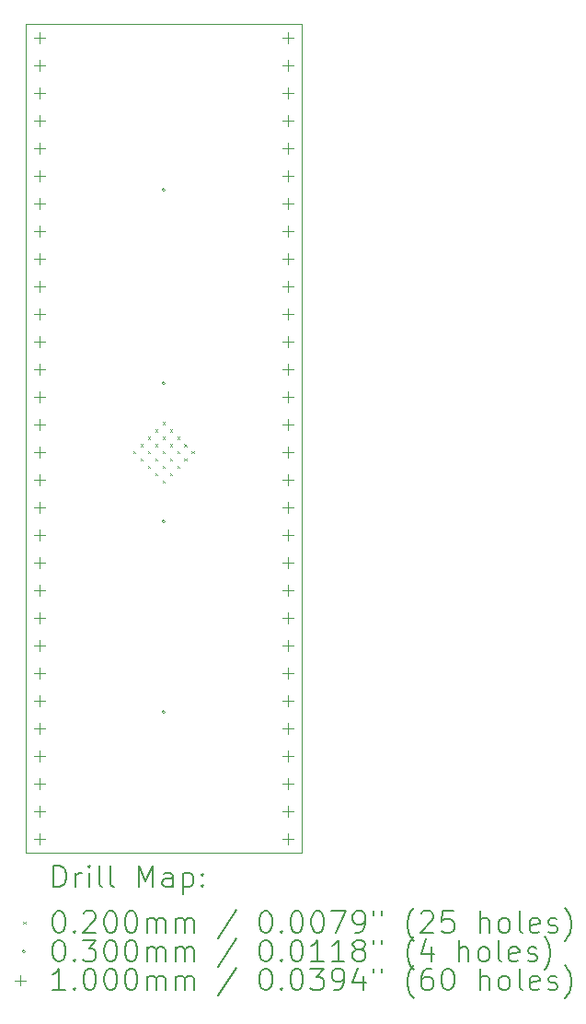
<source format=gbr>
%TF.GenerationSoftware,KiCad,Pcbnew,9.0.6*%
%TF.CreationDate,2026-01-08T14:27:31-06:00*%
%TF.ProjectId,QFN-56_8x8_P0.5,51464e2d-3536-45f3-9878-385f50302e35,rev?*%
%TF.SameCoordinates,Original*%
%TF.FileFunction,Drillmap*%
%TF.FilePolarity,Positive*%
%FSLAX45Y45*%
G04 Gerber Fmt 4.5, Leading zero omitted, Abs format (unit mm)*
G04 Created by KiCad (PCBNEW 9.0.6) date 2026-01-08 14:27:31*
%MOMM*%
%LPD*%
G01*
G04 APERTURE LIST*
%ADD10C,0.050000*%
%ADD11C,0.200000*%
%ADD12C,0.100000*%
G04 APERTURE END LIST*
D10*
X12573000Y-8255000D02*
X15113000Y-8255000D01*
X15113000Y-15875000D01*
X12573000Y-15875000D01*
X12573000Y-8255000D01*
D11*
D12*
X13564299Y-12182000D02*
X13584299Y-12202000D01*
X13584299Y-12182000D02*
X13564299Y-12202000D01*
X13631475Y-12114825D02*
X13651475Y-12134825D01*
X13651475Y-12114825D02*
X13631475Y-12134825D01*
X13631475Y-12249175D02*
X13651475Y-12269175D01*
X13651475Y-12249175D02*
X13631475Y-12269175D01*
X13698650Y-12047650D02*
X13718650Y-12067650D01*
X13718650Y-12047650D02*
X13698650Y-12067650D01*
X13698650Y-12182000D02*
X13718650Y-12202000D01*
X13718650Y-12182000D02*
X13698650Y-12202000D01*
X13698650Y-12316350D02*
X13718650Y-12336350D01*
X13718650Y-12316350D02*
X13698650Y-12336350D01*
X13765825Y-11980475D02*
X13785825Y-12000475D01*
X13785825Y-11980475D02*
X13765825Y-12000475D01*
X13765825Y-12114825D02*
X13785825Y-12134825D01*
X13785825Y-12114825D02*
X13765825Y-12134825D01*
X13765825Y-12249175D02*
X13785825Y-12269175D01*
X13785825Y-12249175D02*
X13765825Y-12269175D01*
X13765825Y-12383525D02*
X13785825Y-12403525D01*
X13785825Y-12383525D02*
X13765825Y-12403525D01*
X13833000Y-11913299D02*
X13853000Y-11933299D01*
X13853000Y-11913299D02*
X13833000Y-11933299D01*
X13833000Y-12047650D02*
X13853000Y-12067650D01*
X13853000Y-12047650D02*
X13833000Y-12067650D01*
X13833000Y-12182000D02*
X13853000Y-12202000D01*
X13853000Y-12182000D02*
X13833000Y-12202000D01*
X13833000Y-12316350D02*
X13853000Y-12336350D01*
X13853000Y-12316350D02*
X13833000Y-12336350D01*
X13833000Y-12450701D02*
X13853000Y-12470701D01*
X13853000Y-12450701D02*
X13833000Y-12470701D01*
X13900175Y-11980475D02*
X13920175Y-12000475D01*
X13920175Y-11980475D02*
X13900175Y-12000475D01*
X13900175Y-12114825D02*
X13920175Y-12134825D01*
X13920175Y-12114825D02*
X13900175Y-12134825D01*
X13900175Y-12249175D02*
X13920175Y-12269175D01*
X13920175Y-12249175D02*
X13900175Y-12269175D01*
X13900175Y-12383525D02*
X13920175Y-12403525D01*
X13920175Y-12383525D02*
X13900175Y-12403525D01*
X13967350Y-12047650D02*
X13987350Y-12067650D01*
X13987350Y-12047650D02*
X13967350Y-12067650D01*
X13967350Y-12182000D02*
X13987350Y-12202000D01*
X13987350Y-12182000D02*
X13967350Y-12202000D01*
X13967350Y-12316350D02*
X13987350Y-12336350D01*
X13987350Y-12316350D02*
X13967350Y-12336350D01*
X14034525Y-12114825D02*
X14054525Y-12134825D01*
X14054525Y-12114825D02*
X14034525Y-12134825D01*
X14034525Y-12249175D02*
X14054525Y-12269175D01*
X14054525Y-12249175D02*
X14034525Y-12269175D01*
X14101701Y-12182000D02*
X14121701Y-12202000D01*
X14121701Y-12182000D02*
X14101701Y-12202000D01*
X13858000Y-9779000D02*
G75*
G02*
X13828000Y-9779000I-15000J0D01*
G01*
X13828000Y-9779000D02*
G75*
G02*
X13858000Y-9779000I15000J0D01*
G01*
X13858000Y-11557000D02*
G75*
G02*
X13828000Y-11557000I-15000J0D01*
G01*
X13828000Y-11557000D02*
G75*
G02*
X13858000Y-11557000I15000J0D01*
G01*
X13858000Y-12827000D02*
G75*
G02*
X13828000Y-12827000I-15000J0D01*
G01*
X13828000Y-12827000D02*
G75*
G02*
X13858000Y-12827000I15000J0D01*
G01*
X13858000Y-14579600D02*
G75*
G02*
X13828000Y-14579600I-15000J0D01*
G01*
X13828000Y-14579600D02*
G75*
G02*
X13858000Y-14579600I15000J0D01*
G01*
X12700000Y-8332000D02*
X12700000Y-8432000D01*
X12650000Y-8382000D02*
X12750000Y-8382000D01*
X12700000Y-8586000D02*
X12700000Y-8686000D01*
X12650000Y-8636000D02*
X12750000Y-8636000D01*
X12700000Y-8840000D02*
X12700000Y-8940000D01*
X12650000Y-8890000D02*
X12750000Y-8890000D01*
X12700000Y-9094000D02*
X12700000Y-9194000D01*
X12650000Y-9144000D02*
X12750000Y-9144000D01*
X12700000Y-9348000D02*
X12700000Y-9448000D01*
X12650000Y-9398000D02*
X12750000Y-9398000D01*
X12700000Y-9602000D02*
X12700000Y-9702000D01*
X12650000Y-9652000D02*
X12750000Y-9652000D01*
X12700000Y-9856000D02*
X12700000Y-9956000D01*
X12650000Y-9906000D02*
X12750000Y-9906000D01*
X12700000Y-10110000D02*
X12700000Y-10210000D01*
X12650000Y-10160000D02*
X12750000Y-10160000D01*
X12700000Y-10364000D02*
X12700000Y-10464000D01*
X12650000Y-10414000D02*
X12750000Y-10414000D01*
X12700000Y-10618000D02*
X12700000Y-10718000D01*
X12650000Y-10668000D02*
X12750000Y-10668000D01*
X12700000Y-10872000D02*
X12700000Y-10972000D01*
X12650000Y-10922000D02*
X12750000Y-10922000D01*
X12700000Y-11126000D02*
X12700000Y-11226000D01*
X12650000Y-11176000D02*
X12750000Y-11176000D01*
X12700000Y-11380000D02*
X12700000Y-11480000D01*
X12650000Y-11430000D02*
X12750000Y-11430000D01*
X12700000Y-11634000D02*
X12700000Y-11734000D01*
X12650000Y-11684000D02*
X12750000Y-11684000D01*
X12700000Y-11888000D02*
X12700000Y-11988000D01*
X12650000Y-11938000D02*
X12750000Y-11938000D01*
X12700000Y-12142000D02*
X12700000Y-12242000D01*
X12650000Y-12192000D02*
X12750000Y-12192000D01*
X12700000Y-12396000D02*
X12700000Y-12496000D01*
X12650000Y-12446000D02*
X12750000Y-12446000D01*
X12700000Y-12650000D02*
X12700000Y-12750000D01*
X12650000Y-12700000D02*
X12750000Y-12700000D01*
X12700000Y-12904000D02*
X12700000Y-13004000D01*
X12650000Y-12954000D02*
X12750000Y-12954000D01*
X12700000Y-13158000D02*
X12700000Y-13258000D01*
X12650000Y-13208000D02*
X12750000Y-13208000D01*
X12700000Y-13412000D02*
X12700000Y-13512000D01*
X12650000Y-13462000D02*
X12750000Y-13462000D01*
X12700000Y-13666000D02*
X12700000Y-13766000D01*
X12650000Y-13716000D02*
X12750000Y-13716000D01*
X12700000Y-13920000D02*
X12700000Y-14020000D01*
X12650000Y-13970000D02*
X12750000Y-13970000D01*
X12700000Y-14174000D02*
X12700000Y-14274000D01*
X12650000Y-14224000D02*
X12750000Y-14224000D01*
X12700000Y-14428000D02*
X12700000Y-14528000D01*
X12650000Y-14478000D02*
X12750000Y-14478000D01*
X12700000Y-14682000D02*
X12700000Y-14782000D01*
X12650000Y-14732000D02*
X12750000Y-14732000D01*
X12700000Y-14936000D02*
X12700000Y-15036000D01*
X12650000Y-14986000D02*
X12750000Y-14986000D01*
X12700000Y-15190000D02*
X12700000Y-15290000D01*
X12650000Y-15240000D02*
X12750000Y-15240000D01*
X12700000Y-15444000D02*
X12700000Y-15544000D01*
X12650000Y-15494000D02*
X12750000Y-15494000D01*
X12700000Y-15698000D02*
X12700000Y-15798000D01*
X12650000Y-15748000D02*
X12750000Y-15748000D01*
X14986000Y-8332000D02*
X14986000Y-8432000D01*
X14936000Y-8382000D02*
X15036000Y-8382000D01*
X14986000Y-8586000D02*
X14986000Y-8686000D01*
X14936000Y-8636000D02*
X15036000Y-8636000D01*
X14986000Y-8840000D02*
X14986000Y-8940000D01*
X14936000Y-8890000D02*
X15036000Y-8890000D01*
X14986000Y-9094000D02*
X14986000Y-9194000D01*
X14936000Y-9144000D02*
X15036000Y-9144000D01*
X14986000Y-9348000D02*
X14986000Y-9448000D01*
X14936000Y-9398000D02*
X15036000Y-9398000D01*
X14986000Y-9602000D02*
X14986000Y-9702000D01*
X14936000Y-9652000D02*
X15036000Y-9652000D01*
X14986000Y-9856000D02*
X14986000Y-9956000D01*
X14936000Y-9906000D02*
X15036000Y-9906000D01*
X14986000Y-10110000D02*
X14986000Y-10210000D01*
X14936000Y-10160000D02*
X15036000Y-10160000D01*
X14986000Y-10364000D02*
X14986000Y-10464000D01*
X14936000Y-10414000D02*
X15036000Y-10414000D01*
X14986000Y-10618000D02*
X14986000Y-10718000D01*
X14936000Y-10668000D02*
X15036000Y-10668000D01*
X14986000Y-10872000D02*
X14986000Y-10972000D01*
X14936000Y-10922000D02*
X15036000Y-10922000D01*
X14986000Y-11126000D02*
X14986000Y-11226000D01*
X14936000Y-11176000D02*
X15036000Y-11176000D01*
X14986000Y-11380000D02*
X14986000Y-11480000D01*
X14936000Y-11430000D02*
X15036000Y-11430000D01*
X14986000Y-11634000D02*
X14986000Y-11734000D01*
X14936000Y-11684000D02*
X15036000Y-11684000D01*
X14986000Y-11888000D02*
X14986000Y-11988000D01*
X14936000Y-11938000D02*
X15036000Y-11938000D01*
X14986000Y-12142000D02*
X14986000Y-12242000D01*
X14936000Y-12192000D02*
X15036000Y-12192000D01*
X14986000Y-12396000D02*
X14986000Y-12496000D01*
X14936000Y-12446000D02*
X15036000Y-12446000D01*
X14986000Y-12650000D02*
X14986000Y-12750000D01*
X14936000Y-12700000D02*
X15036000Y-12700000D01*
X14986000Y-12904000D02*
X14986000Y-13004000D01*
X14936000Y-12954000D02*
X15036000Y-12954000D01*
X14986000Y-13158000D02*
X14986000Y-13258000D01*
X14936000Y-13208000D02*
X15036000Y-13208000D01*
X14986000Y-13412000D02*
X14986000Y-13512000D01*
X14936000Y-13462000D02*
X15036000Y-13462000D01*
X14986000Y-13666000D02*
X14986000Y-13766000D01*
X14936000Y-13716000D02*
X15036000Y-13716000D01*
X14986000Y-13920000D02*
X14986000Y-14020000D01*
X14936000Y-13970000D02*
X15036000Y-13970000D01*
X14986000Y-14174000D02*
X14986000Y-14274000D01*
X14936000Y-14224000D02*
X15036000Y-14224000D01*
X14986000Y-14428000D02*
X14986000Y-14528000D01*
X14936000Y-14478000D02*
X15036000Y-14478000D01*
X14986000Y-14682000D02*
X14986000Y-14782000D01*
X14936000Y-14732000D02*
X15036000Y-14732000D01*
X14986000Y-14936000D02*
X14986000Y-15036000D01*
X14936000Y-14986000D02*
X15036000Y-14986000D01*
X14986000Y-15190000D02*
X14986000Y-15290000D01*
X14936000Y-15240000D02*
X15036000Y-15240000D01*
X14986000Y-15444000D02*
X14986000Y-15544000D01*
X14936000Y-15494000D02*
X15036000Y-15494000D01*
X14986000Y-15698000D02*
X14986000Y-15798000D01*
X14936000Y-15748000D02*
X15036000Y-15748000D01*
D11*
X12831277Y-16188984D02*
X12831277Y-15988984D01*
X12831277Y-15988984D02*
X12878896Y-15988984D01*
X12878896Y-15988984D02*
X12907467Y-15998508D01*
X12907467Y-15998508D02*
X12926515Y-16017555D01*
X12926515Y-16017555D02*
X12936039Y-16036603D01*
X12936039Y-16036603D02*
X12945562Y-16074698D01*
X12945562Y-16074698D02*
X12945562Y-16103269D01*
X12945562Y-16103269D02*
X12936039Y-16141365D01*
X12936039Y-16141365D02*
X12926515Y-16160412D01*
X12926515Y-16160412D02*
X12907467Y-16179460D01*
X12907467Y-16179460D02*
X12878896Y-16188984D01*
X12878896Y-16188984D02*
X12831277Y-16188984D01*
X13031277Y-16188984D02*
X13031277Y-16055650D01*
X13031277Y-16093746D02*
X13040801Y-16074698D01*
X13040801Y-16074698D02*
X13050324Y-16065174D01*
X13050324Y-16065174D02*
X13069372Y-16055650D01*
X13069372Y-16055650D02*
X13088420Y-16055650D01*
X13155086Y-16188984D02*
X13155086Y-16055650D01*
X13155086Y-15988984D02*
X13145562Y-15998508D01*
X13145562Y-15998508D02*
X13155086Y-16008031D01*
X13155086Y-16008031D02*
X13164610Y-15998508D01*
X13164610Y-15998508D02*
X13155086Y-15988984D01*
X13155086Y-15988984D02*
X13155086Y-16008031D01*
X13278896Y-16188984D02*
X13259848Y-16179460D01*
X13259848Y-16179460D02*
X13250324Y-16160412D01*
X13250324Y-16160412D02*
X13250324Y-15988984D01*
X13383658Y-16188984D02*
X13364610Y-16179460D01*
X13364610Y-16179460D02*
X13355086Y-16160412D01*
X13355086Y-16160412D02*
X13355086Y-15988984D01*
X13612229Y-16188984D02*
X13612229Y-15988984D01*
X13612229Y-15988984D02*
X13678896Y-16131841D01*
X13678896Y-16131841D02*
X13745562Y-15988984D01*
X13745562Y-15988984D02*
X13745562Y-16188984D01*
X13926515Y-16188984D02*
X13926515Y-16084222D01*
X13926515Y-16084222D02*
X13916991Y-16065174D01*
X13916991Y-16065174D02*
X13897943Y-16055650D01*
X13897943Y-16055650D02*
X13859848Y-16055650D01*
X13859848Y-16055650D02*
X13840801Y-16065174D01*
X13926515Y-16179460D02*
X13907467Y-16188984D01*
X13907467Y-16188984D02*
X13859848Y-16188984D01*
X13859848Y-16188984D02*
X13840801Y-16179460D01*
X13840801Y-16179460D02*
X13831277Y-16160412D01*
X13831277Y-16160412D02*
X13831277Y-16141365D01*
X13831277Y-16141365D02*
X13840801Y-16122317D01*
X13840801Y-16122317D02*
X13859848Y-16112793D01*
X13859848Y-16112793D02*
X13907467Y-16112793D01*
X13907467Y-16112793D02*
X13926515Y-16103269D01*
X14021753Y-16055650D02*
X14021753Y-16255650D01*
X14021753Y-16065174D02*
X14040801Y-16055650D01*
X14040801Y-16055650D02*
X14078896Y-16055650D01*
X14078896Y-16055650D02*
X14097943Y-16065174D01*
X14097943Y-16065174D02*
X14107467Y-16074698D01*
X14107467Y-16074698D02*
X14116991Y-16093746D01*
X14116991Y-16093746D02*
X14116991Y-16150888D01*
X14116991Y-16150888D02*
X14107467Y-16169936D01*
X14107467Y-16169936D02*
X14097943Y-16179460D01*
X14097943Y-16179460D02*
X14078896Y-16188984D01*
X14078896Y-16188984D02*
X14040801Y-16188984D01*
X14040801Y-16188984D02*
X14021753Y-16179460D01*
X14202705Y-16169936D02*
X14212229Y-16179460D01*
X14212229Y-16179460D02*
X14202705Y-16188984D01*
X14202705Y-16188984D02*
X14193182Y-16179460D01*
X14193182Y-16179460D02*
X14202705Y-16169936D01*
X14202705Y-16169936D02*
X14202705Y-16188984D01*
X14202705Y-16065174D02*
X14212229Y-16074698D01*
X14212229Y-16074698D02*
X14202705Y-16084222D01*
X14202705Y-16084222D02*
X14193182Y-16074698D01*
X14193182Y-16074698D02*
X14202705Y-16065174D01*
X14202705Y-16065174D02*
X14202705Y-16084222D01*
D12*
X12550500Y-16507500D02*
X12570500Y-16527500D01*
X12570500Y-16507500D02*
X12550500Y-16527500D01*
D11*
X12869372Y-16408984D02*
X12888420Y-16408984D01*
X12888420Y-16408984D02*
X12907467Y-16418508D01*
X12907467Y-16418508D02*
X12916991Y-16428031D01*
X12916991Y-16428031D02*
X12926515Y-16447079D01*
X12926515Y-16447079D02*
X12936039Y-16485174D01*
X12936039Y-16485174D02*
X12936039Y-16532793D01*
X12936039Y-16532793D02*
X12926515Y-16570888D01*
X12926515Y-16570888D02*
X12916991Y-16589936D01*
X12916991Y-16589936D02*
X12907467Y-16599460D01*
X12907467Y-16599460D02*
X12888420Y-16608984D01*
X12888420Y-16608984D02*
X12869372Y-16608984D01*
X12869372Y-16608984D02*
X12850324Y-16599460D01*
X12850324Y-16599460D02*
X12840801Y-16589936D01*
X12840801Y-16589936D02*
X12831277Y-16570888D01*
X12831277Y-16570888D02*
X12821753Y-16532793D01*
X12821753Y-16532793D02*
X12821753Y-16485174D01*
X12821753Y-16485174D02*
X12831277Y-16447079D01*
X12831277Y-16447079D02*
X12840801Y-16428031D01*
X12840801Y-16428031D02*
X12850324Y-16418508D01*
X12850324Y-16418508D02*
X12869372Y-16408984D01*
X13021753Y-16589936D02*
X13031277Y-16599460D01*
X13031277Y-16599460D02*
X13021753Y-16608984D01*
X13021753Y-16608984D02*
X13012229Y-16599460D01*
X13012229Y-16599460D02*
X13021753Y-16589936D01*
X13021753Y-16589936D02*
X13021753Y-16608984D01*
X13107467Y-16428031D02*
X13116991Y-16418508D01*
X13116991Y-16418508D02*
X13136039Y-16408984D01*
X13136039Y-16408984D02*
X13183658Y-16408984D01*
X13183658Y-16408984D02*
X13202705Y-16418508D01*
X13202705Y-16418508D02*
X13212229Y-16428031D01*
X13212229Y-16428031D02*
X13221753Y-16447079D01*
X13221753Y-16447079D02*
X13221753Y-16466127D01*
X13221753Y-16466127D02*
X13212229Y-16494698D01*
X13212229Y-16494698D02*
X13097943Y-16608984D01*
X13097943Y-16608984D02*
X13221753Y-16608984D01*
X13345562Y-16408984D02*
X13364610Y-16408984D01*
X13364610Y-16408984D02*
X13383658Y-16418508D01*
X13383658Y-16418508D02*
X13393182Y-16428031D01*
X13393182Y-16428031D02*
X13402705Y-16447079D01*
X13402705Y-16447079D02*
X13412229Y-16485174D01*
X13412229Y-16485174D02*
X13412229Y-16532793D01*
X13412229Y-16532793D02*
X13402705Y-16570888D01*
X13402705Y-16570888D02*
X13393182Y-16589936D01*
X13393182Y-16589936D02*
X13383658Y-16599460D01*
X13383658Y-16599460D02*
X13364610Y-16608984D01*
X13364610Y-16608984D02*
X13345562Y-16608984D01*
X13345562Y-16608984D02*
X13326515Y-16599460D01*
X13326515Y-16599460D02*
X13316991Y-16589936D01*
X13316991Y-16589936D02*
X13307467Y-16570888D01*
X13307467Y-16570888D02*
X13297943Y-16532793D01*
X13297943Y-16532793D02*
X13297943Y-16485174D01*
X13297943Y-16485174D02*
X13307467Y-16447079D01*
X13307467Y-16447079D02*
X13316991Y-16428031D01*
X13316991Y-16428031D02*
X13326515Y-16418508D01*
X13326515Y-16418508D02*
X13345562Y-16408984D01*
X13536039Y-16408984D02*
X13555086Y-16408984D01*
X13555086Y-16408984D02*
X13574134Y-16418508D01*
X13574134Y-16418508D02*
X13583658Y-16428031D01*
X13583658Y-16428031D02*
X13593182Y-16447079D01*
X13593182Y-16447079D02*
X13602705Y-16485174D01*
X13602705Y-16485174D02*
X13602705Y-16532793D01*
X13602705Y-16532793D02*
X13593182Y-16570888D01*
X13593182Y-16570888D02*
X13583658Y-16589936D01*
X13583658Y-16589936D02*
X13574134Y-16599460D01*
X13574134Y-16599460D02*
X13555086Y-16608984D01*
X13555086Y-16608984D02*
X13536039Y-16608984D01*
X13536039Y-16608984D02*
X13516991Y-16599460D01*
X13516991Y-16599460D02*
X13507467Y-16589936D01*
X13507467Y-16589936D02*
X13497943Y-16570888D01*
X13497943Y-16570888D02*
X13488420Y-16532793D01*
X13488420Y-16532793D02*
X13488420Y-16485174D01*
X13488420Y-16485174D02*
X13497943Y-16447079D01*
X13497943Y-16447079D02*
X13507467Y-16428031D01*
X13507467Y-16428031D02*
X13516991Y-16418508D01*
X13516991Y-16418508D02*
X13536039Y-16408984D01*
X13688420Y-16608984D02*
X13688420Y-16475650D01*
X13688420Y-16494698D02*
X13697943Y-16485174D01*
X13697943Y-16485174D02*
X13716991Y-16475650D01*
X13716991Y-16475650D02*
X13745563Y-16475650D01*
X13745563Y-16475650D02*
X13764610Y-16485174D01*
X13764610Y-16485174D02*
X13774134Y-16504222D01*
X13774134Y-16504222D02*
X13774134Y-16608984D01*
X13774134Y-16504222D02*
X13783658Y-16485174D01*
X13783658Y-16485174D02*
X13802705Y-16475650D01*
X13802705Y-16475650D02*
X13831277Y-16475650D01*
X13831277Y-16475650D02*
X13850324Y-16485174D01*
X13850324Y-16485174D02*
X13859848Y-16504222D01*
X13859848Y-16504222D02*
X13859848Y-16608984D01*
X13955086Y-16608984D02*
X13955086Y-16475650D01*
X13955086Y-16494698D02*
X13964610Y-16485174D01*
X13964610Y-16485174D02*
X13983658Y-16475650D01*
X13983658Y-16475650D02*
X14012229Y-16475650D01*
X14012229Y-16475650D02*
X14031277Y-16485174D01*
X14031277Y-16485174D02*
X14040801Y-16504222D01*
X14040801Y-16504222D02*
X14040801Y-16608984D01*
X14040801Y-16504222D02*
X14050324Y-16485174D01*
X14050324Y-16485174D02*
X14069372Y-16475650D01*
X14069372Y-16475650D02*
X14097943Y-16475650D01*
X14097943Y-16475650D02*
X14116991Y-16485174D01*
X14116991Y-16485174D02*
X14126515Y-16504222D01*
X14126515Y-16504222D02*
X14126515Y-16608984D01*
X14516991Y-16399460D02*
X14345563Y-16656603D01*
X14774134Y-16408984D02*
X14793182Y-16408984D01*
X14793182Y-16408984D02*
X14812229Y-16418508D01*
X14812229Y-16418508D02*
X14821753Y-16428031D01*
X14821753Y-16428031D02*
X14831277Y-16447079D01*
X14831277Y-16447079D02*
X14840801Y-16485174D01*
X14840801Y-16485174D02*
X14840801Y-16532793D01*
X14840801Y-16532793D02*
X14831277Y-16570888D01*
X14831277Y-16570888D02*
X14821753Y-16589936D01*
X14821753Y-16589936D02*
X14812229Y-16599460D01*
X14812229Y-16599460D02*
X14793182Y-16608984D01*
X14793182Y-16608984D02*
X14774134Y-16608984D01*
X14774134Y-16608984D02*
X14755086Y-16599460D01*
X14755086Y-16599460D02*
X14745563Y-16589936D01*
X14745563Y-16589936D02*
X14736039Y-16570888D01*
X14736039Y-16570888D02*
X14726515Y-16532793D01*
X14726515Y-16532793D02*
X14726515Y-16485174D01*
X14726515Y-16485174D02*
X14736039Y-16447079D01*
X14736039Y-16447079D02*
X14745563Y-16428031D01*
X14745563Y-16428031D02*
X14755086Y-16418508D01*
X14755086Y-16418508D02*
X14774134Y-16408984D01*
X14926515Y-16589936D02*
X14936039Y-16599460D01*
X14936039Y-16599460D02*
X14926515Y-16608984D01*
X14926515Y-16608984D02*
X14916991Y-16599460D01*
X14916991Y-16599460D02*
X14926515Y-16589936D01*
X14926515Y-16589936D02*
X14926515Y-16608984D01*
X15059848Y-16408984D02*
X15078896Y-16408984D01*
X15078896Y-16408984D02*
X15097944Y-16418508D01*
X15097944Y-16418508D02*
X15107467Y-16428031D01*
X15107467Y-16428031D02*
X15116991Y-16447079D01*
X15116991Y-16447079D02*
X15126515Y-16485174D01*
X15126515Y-16485174D02*
X15126515Y-16532793D01*
X15126515Y-16532793D02*
X15116991Y-16570888D01*
X15116991Y-16570888D02*
X15107467Y-16589936D01*
X15107467Y-16589936D02*
X15097944Y-16599460D01*
X15097944Y-16599460D02*
X15078896Y-16608984D01*
X15078896Y-16608984D02*
X15059848Y-16608984D01*
X15059848Y-16608984D02*
X15040801Y-16599460D01*
X15040801Y-16599460D02*
X15031277Y-16589936D01*
X15031277Y-16589936D02*
X15021753Y-16570888D01*
X15021753Y-16570888D02*
X15012229Y-16532793D01*
X15012229Y-16532793D02*
X15012229Y-16485174D01*
X15012229Y-16485174D02*
X15021753Y-16447079D01*
X15021753Y-16447079D02*
X15031277Y-16428031D01*
X15031277Y-16428031D02*
X15040801Y-16418508D01*
X15040801Y-16418508D02*
X15059848Y-16408984D01*
X15250325Y-16408984D02*
X15269372Y-16408984D01*
X15269372Y-16408984D02*
X15288420Y-16418508D01*
X15288420Y-16418508D02*
X15297944Y-16428031D01*
X15297944Y-16428031D02*
X15307467Y-16447079D01*
X15307467Y-16447079D02*
X15316991Y-16485174D01*
X15316991Y-16485174D02*
X15316991Y-16532793D01*
X15316991Y-16532793D02*
X15307467Y-16570888D01*
X15307467Y-16570888D02*
X15297944Y-16589936D01*
X15297944Y-16589936D02*
X15288420Y-16599460D01*
X15288420Y-16599460D02*
X15269372Y-16608984D01*
X15269372Y-16608984D02*
X15250325Y-16608984D01*
X15250325Y-16608984D02*
X15231277Y-16599460D01*
X15231277Y-16599460D02*
X15221753Y-16589936D01*
X15221753Y-16589936D02*
X15212229Y-16570888D01*
X15212229Y-16570888D02*
X15202706Y-16532793D01*
X15202706Y-16532793D02*
X15202706Y-16485174D01*
X15202706Y-16485174D02*
X15212229Y-16447079D01*
X15212229Y-16447079D02*
X15221753Y-16428031D01*
X15221753Y-16428031D02*
X15231277Y-16418508D01*
X15231277Y-16418508D02*
X15250325Y-16408984D01*
X15383658Y-16408984D02*
X15516991Y-16408984D01*
X15516991Y-16408984D02*
X15431277Y-16608984D01*
X15602706Y-16608984D02*
X15640801Y-16608984D01*
X15640801Y-16608984D02*
X15659848Y-16599460D01*
X15659848Y-16599460D02*
X15669372Y-16589936D01*
X15669372Y-16589936D02*
X15688420Y-16561365D01*
X15688420Y-16561365D02*
X15697944Y-16523269D01*
X15697944Y-16523269D02*
X15697944Y-16447079D01*
X15697944Y-16447079D02*
X15688420Y-16428031D01*
X15688420Y-16428031D02*
X15678896Y-16418508D01*
X15678896Y-16418508D02*
X15659848Y-16408984D01*
X15659848Y-16408984D02*
X15621753Y-16408984D01*
X15621753Y-16408984D02*
X15602706Y-16418508D01*
X15602706Y-16418508D02*
X15593182Y-16428031D01*
X15593182Y-16428031D02*
X15583658Y-16447079D01*
X15583658Y-16447079D02*
X15583658Y-16494698D01*
X15583658Y-16494698D02*
X15593182Y-16513746D01*
X15593182Y-16513746D02*
X15602706Y-16523269D01*
X15602706Y-16523269D02*
X15621753Y-16532793D01*
X15621753Y-16532793D02*
X15659848Y-16532793D01*
X15659848Y-16532793D02*
X15678896Y-16523269D01*
X15678896Y-16523269D02*
X15688420Y-16513746D01*
X15688420Y-16513746D02*
X15697944Y-16494698D01*
X15774134Y-16408984D02*
X15774134Y-16447079D01*
X15850325Y-16408984D02*
X15850325Y-16447079D01*
X16145563Y-16685174D02*
X16136039Y-16675650D01*
X16136039Y-16675650D02*
X16116991Y-16647079D01*
X16116991Y-16647079D02*
X16107468Y-16628031D01*
X16107468Y-16628031D02*
X16097944Y-16599460D01*
X16097944Y-16599460D02*
X16088420Y-16551841D01*
X16088420Y-16551841D02*
X16088420Y-16513746D01*
X16088420Y-16513746D02*
X16097944Y-16466127D01*
X16097944Y-16466127D02*
X16107468Y-16437555D01*
X16107468Y-16437555D02*
X16116991Y-16418508D01*
X16116991Y-16418508D02*
X16136039Y-16389936D01*
X16136039Y-16389936D02*
X16145563Y-16380412D01*
X16212229Y-16428031D02*
X16221753Y-16418508D01*
X16221753Y-16418508D02*
X16240801Y-16408984D01*
X16240801Y-16408984D02*
X16288420Y-16408984D01*
X16288420Y-16408984D02*
X16307468Y-16418508D01*
X16307468Y-16418508D02*
X16316991Y-16428031D01*
X16316991Y-16428031D02*
X16326515Y-16447079D01*
X16326515Y-16447079D02*
X16326515Y-16466127D01*
X16326515Y-16466127D02*
X16316991Y-16494698D01*
X16316991Y-16494698D02*
X16202706Y-16608984D01*
X16202706Y-16608984D02*
X16326515Y-16608984D01*
X16507468Y-16408984D02*
X16412229Y-16408984D01*
X16412229Y-16408984D02*
X16402706Y-16504222D01*
X16402706Y-16504222D02*
X16412229Y-16494698D01*
X16412229Y-16494698D02*
X16431277Y-16485174D01*
X16431277Y-16485174D02*
X16478896Y-16485174D01*
X16478896Y-16485174D02*
X16497944Y-16494698D01*
X16497944Y-16494698D02*
X16507468Y-16504222D01*
X16507468Y-16504222D02*
X16516991Y-16523269D01*
X16516991Y-16523269D02*
X16516991Y-16570888D01*
X16516991Y-16570888D02*
X16507468Y-16589936D01*
X16507468Y-16589936D02*
X16497944Y-16599460D01*
X16497944Y-16599460D02*
X16478896Y-16608984D01*
X16478896Y-16608984D02*
X16431277Y-16608984D01*
X16431277Y-16608984D02*
X16412229Y-16599460D01*
X16412229Y-16599460D02*
X16402706Y-16589936D01*
X16755087Y-16608984D02*
X16755087Y-16408984D01*
X16840801Y-16608984D02*
X16840801Y-16504222D01*
X16840801Y-16504222D02*
X16831277Y-16485174D01*
X16831277Y-16485174D02*
X16812230Y-16475650D01*
X16812230Y-16475650D02*
X16783658Y-16475650D01*
X16783658Y-16475650D02*
X16764610Y-16485174D01*
X16764610Y-16485174D02*
X16755087Y-16494698D01*
X16964611Y-16608984D02*
X16945563Y-16599460D01*
X16945563Y-16599460D02*
X16936039Y-16589936D01*
X16936039Y-16589936D02*
X16926515Y-16570888D01*
X16926515Y-16570888D02*
X16926515Y-16513746D01*
X16926515Y-16513746D02*
X16936039Y-16494698D01*
X16936039Y-16494698D02*
X16945563Y-16485174D01*
X16945563Y-16485174D02*
X16964611Y-16475650D01*
X16964611Y-16475650D02*
X16993182Y-16475650D01*
X16993182Y-16475650D02*
X17012230Y-16485174D01*
X17012230Y-16485174D02*
X17021753Y-16494698D01*
X17021753Y-16494698D02*
X17031277Y-16513746D01*
X17031277Y-16513746D02*
X17031277Y-16570888D01*
X17031277Y-16570888D02*
X17021753Y-16589936D01*
X17021753Y-16589936D02*
X17012230Y-16599460D01*
X17012230Y-16599460D02*
X16993182Y-16608984D01*
X16993182Y-16608984D02*
X16964611Y-16608984D01*
X17145563Y-16608984D02*
X17126515Y-16599460D01*
X17126515Y-16599460D02*
X17116992Y-16580412D01*
X17116992Y-16580412D02*
X17116992Y-16408984D01*
X17297944Y-16599460D02*
X17278896Y-16608984D01*
X17278896Y-16608984D02*
X17240801Y-16608984D01*
X17240801Y-16608984D02*
X17221753Y-16599460D01*
X17221753Y-16599460D02*
X17212230Y-16580412D01*
X17212230Y-16580412D02*
X17212230Y-16504222D01*
X17212230Y-16504222D02*
X17221753Y-16485174D01*
X17221753Y-16485174D02*
X17240801Y-16475650D01*
X17240801Y-16475650D02*
X17278896Y-16475650D01*
X17278896Y-16475650D02*
X17297944Y-16485174D01*
X17297944Y-16485174D02*
X17307468Y-16504222D01*
X17307468Y-16504222D02*
X17307468Y-16523269D01*
X17307468Y-16523269D02*
X17212230Y-16542317D01*
X17383658Y-16599460D02*
X17402706Y-16608984D01*
X17402706Y-16608984D02*
X17440801Y-16608984D01*
X17440801Y-16608984D02*
X17459849Y-16599460D01*
X17459849Y-16599460D02*
X17469373Y-16580412D01*
X17469373Y-16580412D02*
X17469373Y-16570888D01*
X17469373Y-16570888D02*
X17459849Y-16551841D01*
X17459849Y-16551841D02*
X17440801Y-16542317D01*
X17440801Y-16542317D02*
X17412230Y-16542317D01*
X17412230Y-16542317D02*
X17393182Y-16532793D01*
X17393182Y-16532793D02*
X17383658Y-16513746D01*
X17383658Y-16513746D02*
X17383658Y-16504222D01*
X17383658Y-16504222D02*
X17393182Y-16485174D01*
X17393182Y-16485174D02*
X17412230Y-16475650D01*
X17412230Y-16475650D02*
X17440801Y-16475650D01*
X17440801Y-16475650D02*
X17459849Y-16485174D01*
X17536039Y-16685174D02*
X17545563Y-16675650D01*
X17545563Y-16675650D02*
X17564611Y-16647079D01*
X17564611Y-16647079D02*
X17574134Y-16628031D01*
X17574134Y-16628031D02*
X17583658Y-16599460D01*
X17583658Y-16599460D02*
X17593182Y-16551841D01*
X17593182Y-16551841D02*
X17593182Y-16513746D01*
X17593182Y-16513746D02*
X17583658Y-16466127D01*
X17583658Y-16466127D02*
X17574134Y-16437555D01*
X17574134Y-16437555D02*
X17564611Y-16418508D01*
X17564611Y-16418508D02*
X17545563Y-16389936D01*
X17545563Y-16389936D02*
X17536039Y-16380412D01*
D12*
X12570500Y-16781500D02*
G75*
G02*
X12540500Y-16781500I-15000J0D01*
G01*
X12540500Y-16781500D02*
G75*
G02*
X12570500Y-16781500I15000J0D01*
G01*
D11*
X12869372Y-16672984D02*
X12888420Y-16672984D01*
X12888420Y-16672984D02*
X12907467Y-16682508D01*
X12907467Y-16682508D02*
X12916991Y-16692031D01*
X12916991Y-16692031D02*
X12926515Y-16711079D01*
X12926515Y-16711079D02*
X12936039Y-16749174D01*
X12936039Y-16749174D02*
X12936039Y-16796793D01*
X12936039Y-16796793D02*
X12926515Y-16834889D01*
X12926515Y-16834889D02*
X12916991Y-16853936D01*
X12916991Y-16853936D02*
X12907467Y-16863460D01*
X12907467Y-16863460D02*
X12888420Y-16872984D01*
X12888420Y-16872984D02*
X12869372Y-16872984D01*
X12869372Y-16872984D02*
X12850324Y-16863460D01*
X12850324Y-16863460D02*
X12840801Y-16853936D01*
X12840801Y-16853936D02*
X12831277Y-16834889D01*
X12831277Y-16834889D02*
X12821753Y-16796793D01*
X12821753Y-16796793D02*
X12821753Y-16749174D01*
X12821753Y-16749174D02*
X12831277Y-16711079D01*
X12831277Y-16711079D02*
X12840801Y-16692031D01*
X12840801Y-16692031D02*
X12850324Y-16682508D01*
X12850324Y-16682508D02*
X12869372Y-16672984D01*
X13021753Y-16853936D02*
X13031277Y-16863460D01*
X13031277Y-16863460D02*
X13021753Y-16872984D01*
X13021753Y-16872984D02*
X13012229Y-16863460D01*
X13012229Y-16863460D02*
X13021753Y-16853936D01*
X13021753Y-16853936D02*
X13021753Y-16872984D01*
X13097943Y-16672984D02*
X13221753Y-16672984D01*
X13221753Y-16672984D02*
X13155086Y-16749174D01*
X13155086Y-16749174D02*
X13183658Y-16749174D01*
X13183658Y-16749174D02*
X13202705Y-16758698D01*
X13202705Y-16758698D02*
X13212229Y-16768222D01*
X13212229Y-16768222D02*
X13221753Y-16787270D01*
X13221753Y-16787270D02*
X13221753Y-16834889D01*
X13221753Y-16834889D02*
X13212229Y-16853936D01*
X13212229Y-16853936D02*
X13202705Y-16863460D01*
X13202705Y-16863460D02*
X13183658Y-16872984D01*
X13183658Y-16872984D02*
X13126515Y-16872984D01*
X13126515Y-16872984D02*
X13107467Y-16863460D01*
X13107467Y-16863460D02*
X13097943Y-16853936D01*
X13345562Y-16672984D02*
X13364610Y-16672984D01*
X13364610Y-16672984D02*
X13383658Y-16682508D01*
X13383658Y-16682508D02*
X13393182Y-16692031D01*
X13393182Y-16692031D02*
X13402705Y-16711079D01*
X13402705Y-16711079D02*
X13412229Y-16749174D01*
X13412229Y-16749174D02*
X13412229Y-16796793D01*
X13412229Y-16796793D02*
X13402705Y-16834889D01*
X13402705Y-16834889D02*
X13393182Y-16853936D01*
X13393182Y-16853936D02*
X13383658Y-16863460D01*
X13383658Y-16863460D02*
X13364610Y-16872984D01*
X13364610Y-16872984D02*
X13345562Y-16872984D01*
X13345562Y-16872984D02*
X13326515Y-16863460D01*
X13326515Y-16863460D02*
X13316991Y-16853936D01*
X13316991Y-16853936D02*
X13307467Y-16834889D01*
X13307467Y-16834889D02*
X13297943Y-16796793D01*
X13297943Y-16796793D02*
X13297943Y-16749174D01*
X13297943Y-16749174D02*
X13307467Y-16711079D01*
X13307467Y-16711079D02*
X13316991Y-16692031D01*
X13316991Y-16692031D02*
X13326515Y-16682508D01*
X13326515Y-16682508D02*
X13345562Y-16672984D01*
X13536039Y-16672984D02*
X13555086Y-16672984D01*
X13555086Y-16672984D02*
X13574134Y-16682508D01*
X13574134Y-16682508D02*
X13583658Y-16692031D01*
X13583658Y-16692031D02*
X13593182Y-16711079D01*
X13593182Y-16711079D02*
X13602705Y-16749174D01*
X13602705Y-16749174D02*
X13602705Y-16796793D01*
X13602705Y-16796793D02*
X13593182Y-16834889D01*
X13593182Y-16834889D02*
X13583658Y-16853936D01*
X13583658Y-16853936D02*
X13574134Y-16863460D01*
X13574134Y-16863460D02*
X13555086Y-16872984D01*
X13555086Y-16872984D02*
X13536039Y-16872984D01*
X13536039Y-16872984D02*
X13516991Y-16863460D01*
X13516991Y-16863460D02*
X13507467Y-16853936D01*
X13507467Y-16853936D02*
X13497943Y-16834889D01*
X13497943Y-16834889D02*
X13488420Y-16796793D01*
X13488420Y-16796793D02*
X13488420Y-16749174D01*
X13488420Y-16749174D02*
X13497943Y-16711079D01*
X13497943Y-16711079D02*
X13507467Y-16692031D01*
X13507467Y-16692031D02*
X13516991Y-16682508D01*
X13516991Y-16682508D02*
X13536039Y-16672984D01*
X13688420Y-16872984D02*
X13688420Y-16739650D01*
X13688420Y-16758698D02*
X13697943Y-16749174D01*
X13697943Y-16749174D02*
X13716991Y-16739650D01*
X13716991Y-16739650D02*
X13745563Y-16739650D01*
X13745563Y-16739650D02*
X13764610Y-16749174D01*
X13764610Y-16749174D02*
X13774134Y-16768222D01*
X13774134Y-16768222D02*
X13774134Y-16872984D01*
X13774134Y-16768222D02*
X13783658Y-16749174D01*
X13783658Y-16749174D02*
X13802705Y-16739650D01*
X13802705Y-16739650D02*
X13831277Y-16739650D01*
X13831277Y-16739650D02*
X13850324Y-16749174D01*
X13850324Y-16749174D02*
X13859848Y-16768222D01*
X13859848Y-16768222D02*
X13859848Y-16872984D01*
X13955086Y-16872984D02*
X13955086Y-16739650D01*
X13955086Y-16758698D02*
X13964610Y-16749174D01*
X13964610Y-16749174D02*
X13983658Y-16739650D01*
X13983658Y-16739650D02*
X14012229Y-16739650D01*
X14012229Y-16739650D02*
X14031277Y-16749174D01*
X14031277Y-16749174D02*
X14040801Y-16768222D01*
X14040801Y-16768222D02*
X14040801Y-16872984D01*
X14040801Y-16768222D02*
X14050324Y-16749174D01*
X14050324Y-16749174D02*
X14069372Y-16739650D01*
X14069372Y-16739650D02*
X14097943Y-16739650D01*
X14097943Y-16739650D02*
X14116991Y-16749174D01*
X14116991Y-16749174D02*
X14126515Y-16768222D01*
X14126515Y-16768222D02*
X14126515Y-16872984D01*
X14516991Y-16663460D02*
X14345563Y-16920603D01*
X14774134Y-16672984D02*
X14793182Y-16672984D01*
X14793182Y-16672984D02*
X14812229Y-16682508D01*
X14812229Y-16682508D02*
X14821753Y-16692031D01*
X14821753Y-16692031D02*
X14831277Y-16711079D01*
X14831277Y-16711079D02*
X14840801Y-16749174D01*
X14840801Y-16749174D02*
X14840801Y-16796793D01*
X14840801Y-16796793D02*
X14831277Y-16834889D01*
X14831277Y-16834889D02*
X14821753Y-16853936D01*
X14821753Y-16853936D02*
X14812229Y-16863460D01*
X14812229Y-16863460D02*
X14793182Y-16872984D01*
X14793182Y-16872984D02*
X14774134Y-16872984D01*
X14774134Y-16872984D02*
X14755086Y-16863460D01*
X14755086Y-16863460D02*
X14745563Y-16853936D01*
X14745563Y-16853936D02*
X14736039Y-16834889D01*
X14736039Y-16834889D02*
X14726515Y-16796793D01*
X14726515Y-16796793D02*
X14726515Y-16749174D01*
X14726515Y-16749174D02*
X14736039Y-16711079D01*
X14736039Y-16711079D02*
X14745563Y-16692031D01*
X14745563Y-16692031D02*
X14755086Y-16682508D01*
X14755086Y-16682508D02*
X14774134Y-16672984D01*
X14926515Y-16853936D02*
X14936039Y-16863460D01*
X14936039Y-16863460D02*
X14926515Y-16872984D01*
X14926515Y-16872984D02*
X14916991Y-16863460D01*
X14916991Y-16863460D02*
X14926515Y-16853936D01*
X14926515Y-16853936D02*
X14926515Y-16872984D01*
X15059848Y-16672984D02*
X15078896Y-16672984D01*
X15078896Y-16672984D02*
X15097944Y-16682508D01*
X15097944Y-16682508D02*
X15107467Y-16692031D01*
X15107467Y-16692031D02*
X15116991Y-16711079D01*
X15116991Y-16711079D02*
X15126515Y-16749174D01*
X15126515Y-16749174D02*
X15126515Y-16796793D01*
X15126515Y-16796793D02*
X15116991Y-16834889D01*
X15116991Y-16834889D02*
X15107467Y-16853936D01*
X15107467Y-16853936D02*
X15097944Y-16863460D01*
X15097944Y-16863460D02*
X15078896Y-16872984D01*
X15078896Y-16872984D02*
X15059848Y-16872984D01*
X15059848Y-16872984D02*
X15040801Y-16863460D01*
X15040801Y-16863460D02*
X15031277Y-16853936D01*
X15031277Y-16853936D02*
X15021753Y-16834889D01*
X15021753Y-16834889D02*
X15012229Y-16796793D01*
X15012229Y-16796793D02*
X15012229Y-16749174D01*
X15012229Y-16749174D02*
X15021753Y-16711079D01*
X15021753Y-16711079D02*
X15031277Y-16692031D01*
X15031277Y-16692031D02*
X15040801Y-16682508D01*
X15040801Y-16682508D02*
X15059848Y-16672984D01*
X15316991Y-16872984D02*
X15202706Y-16872984D01*
X15259848Y-16872984D02*
X15259848Y-16672984D01*
X15259848Y-16672984D02*
X15240801Y-16701555D01*
X15240801Y-16701555D02*
X15221753Y-16720603D01*
X15221753Y-16720603D02*
X15202706Y-16730127D01*
X15507467Y-16872984D02*
X15393182Y-16872984D01*
X15450325Y-16872984D02*
X15450325Y-16672984D01*
X15450325Y-16672984D02*
X15431277Y-16701555D01*
X15431277Y-16701555D02*
X15412229Y-16720603D01*
X15412229Y-16720603D02*
X15393182Y-16730127D01*
X15621753Y-16758698D02*
X15602706Y-16749174D01*
X15602706Y-16749174D02*
X15593182Y-16739650D01*
X15593182Y-16739650D02*
X15583658Y-16720603D01*
X15583658Y-16720603D02*
X15583658Y-16711079D01*
X15583658Y-16711079D02*
X15593182Y-16692031D01*
X15593182Y-16692031D02*
X15602706Y-16682508D01*
X15602706Y-16682508D02*
X15621753Y-16672984D01*
X15621753Y-16672984D02*
X15659848Y-16672984D01*
X15659848Y-16672984D02*
X15678896Y-16682508D01*
X15678896Y-16682508D02*
X15688420Y-16692031D01*
X15688420Y-16692031D02*
X15697944Y-16711079D01*
X15697944Y-16711079D02*
X15697944Y-16720603D01*
X15697944Y-16720603D02*
X15688420Y-16739650D01*
X15688420Y-16739650D02*
X15678896Y-16749174D01*
X15678896Y-16749174D02*
X15659848Y-16758698D01*
X15659848Y-16758698D02*
X15621753Y-16758698D01*
X15621753Y-16758698D02*
X15602706Y-16768222D01*
X15602706Y-16768222D02*
X15593182Y-16777746D01*
X15593182Y-16777746D02*
X15583658Y-16796793D01*
X15583658Y-16796793D02*
X15583658Y-16834889D01*
X15583658Y-16834889D02*
X15593182Y-16853936D01*
X15593182Y-16853936D02*
X15602706Y-16863460D01*
X15602706Y-16863460D02*
X15621753Y-16872984D01*
X15621753Y-16872984D02*
X15659848Y-16872984D01*
X15659848Y-16872984D02*
X15678896Y-16863460D01*
X15678896Y-16863460D02*
X15688420Y-16853936D01*
X15688420Y-16853936D02*
X15697944Y-16834889D01*
X15697944Y-16834889D02*
X15697944Y-16796793D01*
X15697944Y-16796793D02*
X15688420Y-16777746D01*
X15688420Y-16777746D02*
X15678896Y-16768222D01*
X15678896Y-16768222D02*
X15659848Y-16758698D01*
X15774134Y-16672984D02*
X15774134Y-16711079D01*
X15850325Y-16672984D02*
X15850325Y-16711079D01*
X16145563Y-16949174D02*
X16136039Y-16939650D01*
X16136039Y-16939650D02*
X16116991Y-16911079D01*
X16116991Y-16911079D02*
X16107468Y-16892031D01*
X16107468Y-16892031D02*
X16097944Y-16863460D01*
X16097944Y-16863460D02*
X16088420Y-16815841D01*
X16088420Y-16815841D02*
X16088420Y-16777746D01*
X16088420Y-16777746D02*
X16097944Y-16730127D01*
X16097944Y-16730127D02*
X16107468Y-16701555D01*
X16107468Y-16701555D02*
X16116991Y-16682508D01*
X16116991Y-16682508D02*
X16136039Y-16653936D01*
X16136039Y-16653936D02*
X16145563Y-16644412D01*
X16307468Y-16739650D02*
X16307468Y-16872984D01*
X16259848Y-16663460D02*
X16212229Y-16806317D01*
X16212229Y-16806317D02*
X16336039Y-16806317D01*
X16564610Y-16872984D02*
X16564610Y-16672984D01*
X16650325Y-16872984D02*
X16650325Y-16768222D01*
X16650325Y-16768222D02*
X16640801Y-16749174D01*
X16640801Y-16749174D02*
X16621753Y-16739650D01*
X16621753Y-16739650D02*
X16593182Y-16739650D01*
X16593182Y-16739650D02*
X16574134Y-16749174D01*
X16574134Y-16749174D02*
X16564610Y-16758698D01*
X16774134Y-16872984D02*
X16755087Y-16863460D01*
X16755087Y-16863460D02*
X16745563Y-16853936D01*
X16745563Y-16853936D02*
X16736039Y-16834889D01*
X16736039Y-16834889D02*
X16736039Y-16777746D01*
X16736039Y-16777746D02*
X16745563Y-16758698D01*
X16745563Y-16758698D02*
X16755087Y-16749174D01*
X16755087Y-16749174D02*
X16774134Y-16739650D01*
X16774134Y-16739650D02*
X16802706Y-16739650D01*
X16802706Y-16739650D02*
X16821753Y-16749174D01*
X16821753Y-16749174D02*
X16831277Y-16758698D01*
X16831277Y-16758698D02*
X16840801Y-16777746D01*
X16840801Y-16777746D02*
X16840801Y-16834889D01*
X16840801Y-16834889D02*
X16831277Y-16853936D01*
X16831277Y-16853936D02*
X16821753Y-16863460D01*
X16821753Y-16863460D02*
X16802706Y-16872984D01*
X16802706Y-16872984D02*
X16774134Y-16872984D01*
X16955087Y-16872984D02*
X16936039Y-16863460D01*
X16936039Y-16863460D02*
X16926515Y-16844412D01*
X16926515Y-16844412D02*
X16926515Y-16672984D01*
X17107468Y-16863460D02*
X17088420Y-16872984D01*
X17088420Y-16872984D02*
X17050325Y-16872984D01*
X17050325Y-16872984D02*
X17031277Y-16863460D01*
X17031277Y-16863460D02*
X17021753Y-16844412D01*
X17021753Y-16844412D02*
X17021753Y-16768222D01*
X17021753Y-16768222D02*
X17031277Y-16749174D01*
X17031277Y-16749174D02*
X17050325Y-16739650D01*
X17050325Y-16739650D02*
X17088420Y-16739650D01*
X17088420Y-16739650D02*
X17107468Y-16749174D01*
X17107468Y-16749174D02*
X17116992Y-16768222D01*
X17116992Y-16768222D02*
X17116992Y-16787270D01*
X17116992Y-16787270D02*
X17021753Y-16806317D01*
X17193182Y-16863460D02*
X17212230Y-16872984D01*
X17212230Y-16872984D02*
X17250325Y-16872984D01*
X17250325Y-16872984D02*
X17269373Y-16863460D01*
X17269373Y-16863460D02*
X17278896Y-16844412D01*
X17278896Y-16844412D02*
X17278896Y-16834889D01*
X17278896Y-16834889D02*
X17269373Y-16815841D01*
X17269373Y-16815841D02*
X17250325Y-16806317D01*
X17250325Y-16806317D02*
X17221753Y-16806317D01*
X17221753Y-16806317D02*
X17202706Y-16796793D01*
X17202706Y-16796793D02*
X17193182Y-16777746D01*
X17193182Y-16777746D02*
X17193182Y-16768222D01*
X17193182Y-16768222D02*
X17202706Y-16749174D01*
X17202706Y-16749174D02*
X17221753Y-16739650D01*
X17221753Y-16739650D02*
X17250325Y-16739650D01*
X17250325Y-16739650D02*
X17269373Y-16749174D01*
X17345563Y-16949174D02*
X17355087Y-16939650D01*
X17355087Y-16939650D02*
X17374134Y-16911079D01*
X17374134Y-16911079D02*
X17383658Y-16892031D01*
X17383658Y-16892031D02*
X17393182Y-16863460D01*
X17393182Y-16863460D02*
X17402706Y-16815841D01*
X17402706Y-16815841D02*
X17402706Y-16777746D01*
X17402706Y-16777746D02*
X17393182Y-16730127D01*
X17393182Y-16730127D02*
X17383658Y-16701555D01*
X17383658Y-16701555D02*
X17374134Y-16682508D01*
X17374134Y-16682508D02*
X17355087Y-16653936D01*
X17355087Y-16653936D02*
X17345563Y-16644412D01*
D12*
X12520500Y-16995500D02*
X12520500Y-17095500D01*
X12470500Y-17045500D02*
X12570500Y-17045500D01*
D11*
X12936039Y-17136984D02*
X12821753Y-17136984D01*
X12878896Y-17136984D02*
X12878896Y-16936984D01*
X12878896Y-16936984D02*
X12859848Y-16965555D01*
X12859848Y-16965555D02*
X12840801Y-16984603D01*
X12840801Y-16984603D02*
X12821753Y-16994127D01*
X13021753Y-17117936D02*
X13031277Y-17127460D01*
X13031277Y-17127460D02*
X13021753Y-17136984D01*
X13021753Y-17136984D02*
X13012229Y-17127460D01*
X13012229Y-17127460D02*
X13021753Y-17117936D01*
X13021753Y-17117936D02*
X13021753Y-17136984D01*
X13155086Y-16936984D02*
X13174134Y-16936984D01*
X13174134Y-16936984D02*
X13193182Y-16946508D01*
X13193182Y-16946508D02*
X13202705Y-16956031D01*
X13202705Y-16956031D02*
X13212229Y-16975079D01*
X13212229Y-16975079D02*
X13221753Y-17013174D01*
X13221753Y-17013174D02*
X13221753Y-17060793D01*
X13221753Y-17060793D02*
X13212229Y-17098889D01*
X13212229Y-17098889D02*
X13202705Y-17117936D01*
X13202705Y-17117936D02*
X13193182Y-17127460D01*
X13193182Y-17127460D02*
X13174134Y-17136984D01*
X13174134Y-17136984D02*
X13155086Y-17136984D01*
X13155086Y-17136984D02*
X13136039Y-17127460D01*
X13136039Y-17127460D02*
X13126515Y-17117936D01*
X13126515Y-17117936D02*
X13116991Y-17098889D01*
X13116991Y-17098889D02*
X13107467Y-17060793D01*
X13107467Y-17060793D02*
X13107467Y-17013174D01*
X13107467Y-17013174D02*
X13116991Y-16975079D01*
X13116991Y-16975079D02*
X13126515Y-16956031D01*
X13126515Y-16956031D02*
X13136039Y-16946508D01*
X13136039Y-16946508D02*
X13155086Y-16936984D01*
X13345562Y-16936984D02*
X13364610Y-16936984D01*
X13364610Y-16936984D02*
X13383658Y-16946508D01*
X13383658Y-16946508D02*
X13393182Y-16956031D01*
X13393182Y-16956031D02*
X13402705Y-16975079D01*
X13402705Y-16975079D02*
X13412229Y-17013174D01*
X13412229Y-17013174D02*
X13412229Y-17060793D01*
X13412229Y-17060793D02*
X13402705Y-17098889D01*
X13402705Y-17098889D02*
X13393182Y-17117936D01*
X13393182Y-17117936D02*
X13383658Y-17127460D01*
X13383658Y-17127460D02*
X13364610Y-17136984D01*
X13364610Y-17136984D02*
X13345562Y-17136984D01*
X13345562Y-17136984D02*
X13326515Y-17127460D01*
X13326515Y-17127460D02*
X13316991Y-17117936D01*
X13316991Y-17117936D02*
X13307467Y-17098889D01*
X13307467Y-17098889D02*
X13297943Y-17060793D01*
X13297943Y-17060793D02*
X13297943Y-17013174D01*
X13297943Y-17013174D02*
X13307467Y-16975079D01*
X13307467Y-16975079D02*
X13316991Y-16956031D01*
X13316991Y-16956031D02*
X13326515Y-16946508D01*
X13326515Y-16946508D02*
X13345562Y-16936984D01*
X13536039Y-16936984D02*
X13555086Y-16936984D01*
X13555086Y-16936984D02*
X13574134Y-16946508D01*
X13574134Y-16946508D02*
X13583658Y-16956031D01*
X13583658Y-16956031D02*
X13593182Y-16975079D01*
X13593182Y-16975079D02*
X13602705Y-17013174D01*
X13602705Y-17013174D02*
X13602705Y-17060793D01*
X13602705Y-17060793D02*
X13593182Y-17098889D01*
X13593182Y-17098889D02*
X13583658Y-17117936D01*
X13583658Y-17117936D02*
X13574134Y-17127460D01*
X13574134Y-17127460D02*
X13555086Y-17136984D01*
X13555086Y-17136984D02*
X13536039Y-17136984D01*
X13536039Y-17136984D02*
X13516991Y-17127460D01*
X13516991Y-17127460D02*
X13507467Y-17117936D01*
X13507467Y-17117936D02*
X13497943Y-17098889D01*
X13497943Y-17098889D02*
X13488420Y-17060793D01*
X13488420Y-17060793D02*
X13488420Y-17013174D01*
X13488420Y-17013174D02*
X13497943Y-16975079D01*
X13497943Y-16975079D02*
X13507467Y-16956031D01*
X13507467Y-16956031D02*
X13516991Y-16946508D01*
X13516991Y-16946508D02*
X13536039Y-16936984D01*
X13688420Y-17136984D02*
X13688420Y-17003650D01*
X13688420Y-17022698D02*
X13697943Y-17013174D01*
X13697943Y-17013174D02*
X13716991Y-17003650D01*
X13716991Y-17003650D02*
X13745563Y-17003650D01*
X13745563Y-17003650D02*
X13764610Y-17013174D01*
X13764610Y-17013174D02*
X13774134Y-17032222D01*
X13774134Y-17032222D02*
X13774134Y-17136984D01*
X13774134Y-17032222D02*
X13783658Y-17013174D01*
X13783658Y-17013174D02*
X13802705Y-17003650D01*
X13802705Y-17003650D02*
X13831277Y-17003650D01*
X13831277Y-17003650D02*
X13850324Y-17013174D01*
X13850324Y-17013174D02*
X13859848Y-17032222D01*
X13859848Y-17032222D02*
X13859848Y-17136984D01*
X13955086Y-17136984D02*
X13955086Y-17003650D01*
X13955086Y-17022698D02*
X13964610Y-17013174D01*
X13964610Y-17013174D02*
X13983658Y-17003650D01*
X13983658Y-17003650D02*
X14012229Y-17003650D01*
X14012229Y-17003650D02*
X14031277Y-17013174D01*
X14031277Y-17013174D02*
X14040801Y-17032222D01*
X14040801Y-17032222D02*
X14040801Y-17136984D01*
X14040801Y-17032222D02*
X14050324Y-17013174D01*
X14050324Y-17013174D02*
X14069372Y-17003650D01*
X14069372Y-17003650D02*
X14097943Y-17003650D01*
X14097943Y-17003650D02*
X14116991Y-17013174D01*
X14116991Y-17013174D02*
X14126515Y-17032222D01*
X14126515Y-17032222D02*
X14126515Y-17136984D01*
X14516991Y-16927460D02*
X14345563Y-17184603D01*
X14774134Y-16936984D02*
X14793182Y-16936984D01*
X14793182Y-16936984D02*
X14812229Y-16946508D01*
X14812229Y-16946508D02*
X14821753Y-16956031D01*
X14821753Y-16956031D02*
X14831277Y-16975079D01*
X14831277Y-16975079D02*
X14840801Y-17013174D01*
X14840801Y-17013174D02*
X14840801Y-17060793D01*
X14840801Y-17060793D02*
X14831277Y-17098889D01*
X14831277Y-17098889D02*
X14821753Y-17117936D01*
X14821753Y-17117936D02*
X14812229Y-17127460D01*
X14812229Y-17127460D02*
X14793182Y-17136984D01*
X14793182Y-17136984D02*
X14774134Y-17136984D01*
X14774134Y-17136984D02*
X14755086Y-17127460D01*
X14755086Y-17127460D02*
X14745563Y-17117936D01*
X14745563Y-17117936D02*
X14736039Y-17098889D01*
X14736039Y-17098889D02*
X14726515Y-17060793D01*
X14726515Y-17060793D02*
X14726515Y-17013174D01*
X14726515Y-17013174D02*
X14736039Y-16975079D01*
X14736039Y-16975079D02*
X14745563Y-16956031D01*
X14745563Y-16956031D02*
X14755086Y-16946508D01*
X14755086Y-16946508D02*
X14774134Y-16936984D01*
X14926515Y-17117936D02*
X14936039Y-17127460D01*
X14936039Y-17127460D02*
X14926515Y-17136984D01*
X14926515Y-17136984D02*
X14916991Y-17127460D01*
X14916991Y-17127460D02*
X14926515Y-17117936D01*
X14926515Y-17117936D02*
X14926515Y-17136984D01*
X15059848Y-16936984D02*
X15078896Y-16936984D01*
X15078896Y-16936984D02*
X15097944Y-16946508D01*
X15097944Y-16946508D02*
X15107467Y-16956031D01*
X15107467Y-16956031D02*
X15116991Y-16975079D01*
X15116991Y-16975079D02*
X15126515Y-17013174D01*
X15126515Y-17013174D02*
X15126515Y-17060793D01*
X15126515Y-17060793D02*
X15116991Y-17098889D01*
X15116991Y-17098889D02*
X15107467Y-17117936D01*
X15107467Y-17117936D02*
X15097944Y-17127460D01*
X15097944Y-17127460D02*
X15078896Y-17136984D01*
X15078896Y-17136984D02*
X15059848Y-17136984D01*
X15059848Y-17136984D02*
X15040801Y-17127460D01*
X15040801Y-17127460D02*
X15031277Y-17117936D01*
X15031277Y-17117936D02*
X15021753Y-17098889D01*
X15021753Y-17098889D02*
X15012229Y-17060793D01*
X15012229Y-17060793D02*
X15012229Y-17013174D01*
X15012229Y-17013174D02*
X15021753Y-16975079D01*
X15021753Y-16975079D02*
X15031277Y-16956031D01*
X15031277Y-16956031D02*
X15040801Y-16946508D01*
X15040801Y-16946508D02*
X15059848Y-16936984D01*
X15193182Y-16936984D02*
X15316991Y-16936984D01*
X15316991Y-16936984D02*
X15250325Y-17013174D01*
X15250325Y-17013174D02*
X15278896Y-17013174D01*
X15278896Y-17013174D02*
X15297944Y-17022698D01*
X15297944Y-17022698D02*
X15307467Y-17032222D01*
X15307467Y-17032222D02*
X15316991Y-17051270D01*
X15316991Y-17051270D02*
X15316991Y-17098889D01*
X15316991Y-17098889D02*
X15307467Y-17117936D01*
X15307467Y-17117936D02*
X15297944Y-17127460D01*
X15297944Y-17127460D02*
X15278896Y-17136984D01*
X15278896Y-17136984D02*
X15221753Y-17136984D01*
X15221753Y-17136984D02*
X15202706Y-17127460D01*
X15202706Y-17127460D02*
X15193182Y-17117936D01*
X15412229Y-17136984D02*
X15450325Y-17136984D01*
X15450325Y-17136984D02*
X15469372Y-17127460D01*
X15469372Y-17127460D02*
X15478896Y-17117936D01*
X15478896Y-17117936D02*
X15497944Y-17089365D01*
X15497944Y-17089365D02*
X15507467Y-17051270D01*
X15507467Y-17051270D02*
X15507467Y-16975079D01*
X15507467Y-16975079D02*
X15497944Y-16956031D01*
X15497944Y-16956031D02*
X15488420Y-16946508D01*
X15488420Y-16946508D02*
X15469372Y-16936984D01*
X15469372Y-16936984D02*
X15431277Y-16936984D01*
X15431277Y-16936984D02*
X15412229Y-16946508D01*
X15412229Y-16946508D02*
X15402706Y-16956031D01*
X15402706Y-16956031D02*
X15393182Y-16975079D01*
X15393182Y-16975079D02*
X15393182Y-17022698D01*
X15393182Y-17022698D02*
X15402706Y-17041746D01*
X15402706Y-17041746D02*
X15412229Y-17051270D01*
X15412229Y-17051270D02*
X15431277Y-17060793D01*
X15431277Y-17060793D02*
X15469372Y-17060793D01*
X15469372Y-17060793D02*
X15488420Y-17051270D01*
X15488420Y-17051270D02*
X15497944Y-17041746D01*
X15497944Y-17041746D02*
X15507467Y-17022698D01*
X15678896Y-17003650D02*
X15678896Y-17136984D01*
X15631277Y-16927460D02*
X15583658Y-17070317D01*
X15583658Y-17070317D02*
X15707467Y-17070317D01*
X15774134Y-16936984D02*
X15774134Y-16975079D01*
X15850325Y-16936984D02*
X15850325Y-16975079D01*
X16145563Y-17213174D02*
X16136039Y-17203650D01*
X16136039Y-17203650D02*
X16116991Y-17175079D01*
X16116991Y-17175079D02*
X16107468Y-17156031D01*
X16107468Y-17156031D02*
X16097944Y-17127460D01*
X16097944Y-17127460D02*
X16088420Y-17079841D01*
X16088420Y-17079841D02*
X16088420Y-17041746D01*
X16088420Y-17041746D02*
X16097944Y-16994127D01*
X16097944Y-16994127D02*
X16107468Y-16965555D01*
X16107468Y-16965555D02*
X16116991Y-16946508D01*
X16116991Y-16946508D02*
X16136039Y-16917936D01*
X16136039Y-16917936D02*
X16145563Y-16908412D01*
X16307468Y-16936984D02*
X16269372Y-16936984D01*
X16269372Y-16936984D02*
X16250325Y-16946508D01*
X16250325Y-16946508D02*
X16240801Y-16956031D01*
X16240801Y-16956031D02*
X16221753Y-16984603D01*
X16221753Y-16984603D02*
X16212229Y-17022698D01*
X16212229Y-17022698D02*
X16212229Y-17098889D01*
X16212229Y-17098889D02*
X16221753Y-17117936D01*
X16221753Y-17117936D02*
X16231277Y-17127460D01*
X16231277Y-17127460D02*
X16250325Y-17136984D01*
X16250325Y-17136984D02*
X16288420Y-17136984D01*
X16288420Y-17136984D02*
X16307468Y-17127460D01*
X16307468Y-17127460D02*
X16316991Y-17117936D01*
X16316991Y-17117936D02*
X16326515Y-17098889D01*
X16326515Y-17098889D02*
X16326515Y-17051270D01*
X16326515Y-17051270D02*
X16316991Y-17032222D01*
X16316991Y-17032222D02*
X16307468Y-17022698D01*
X16307468Y-17022698D02*
X16288420Y-17013174D01*
X16288420Y-17013174D02*
X16250325Y-17013174D01*
X16250325Y-17013174D02*
X16231277Y-17022698D01*
X16231277Y-17022698D02*
X16221753Y-17032222D01*
X16221753Y-17032222D02*
X16212229Y-17051270D01*
X16450325Y-16936984D02*
X16469372Y-16936984D01*
X16469372Y-16936984D02*
X16488420Y-16946508D01*
X16488420Y-16946508D02*
X16497944Y-16956031D01*
X16497944Y-16956031D02*
X16507468Y-16975079D01*
X16507468Y-16975079D02*
X16516991Y-17013174D01*
X16516991Y-17013174D02*
X16516991Y-17060793D01*
X16516991Y-17060793D02*
X16507468Y-17098889D01*
X16507468Y-17098889D02*
X16497944Y-17117936D01*
X16497944Y-17117936D02*
X16488420Y-17127460D01*
X16488420Y-17127460D02*
X16469372Y-17136984D01*
X16469372Y-17136984D02*
X16450325Y-17136984D01*
X16450325Y-17136984D02*
X16431277Y-17127460D01*
X16431277Y-17127460D02*
X16421753Y-17117936D01*
X16421753Y-17117936D02*
X16412229Y-17098889D01*
X16412229Y-17098889D02*
X16402706Y-17060793D01*
X16402706Y-17060793D02*
X16402706Y-17013174D01*
X16402706Y-17013174D02*
X16412229Y-16975079D01*
X16412229Y-16975079D02*
X16421753Y-16956031D01*
X16421753Y-16956031D02*
X16431277Y-16946508D01*
X16431277Y-16946508D02*
X16450325Y-16936984D01*
X16755087Y-17136984D02*
X16755087Y-16936984D01*
X16840801Y-17136984D02*
X16840801Y-17032222D01*
X16840801Y-17032222D02*
X16831277Y-17013174D01*
X16831277Y-17013174D02*
X16812230Y-17003650D01*
X16812230Y-17003650D02*
X16783658Y-17003650D01*
X16783658Y-17003650D02*
X16764610Y-17013174D01*
X16764610Y-17013174D02*
X16755087Y-17022698D01*
X16964611Y-17136984D02*
X16945563Y-17127460D01*
X16945563Y-17127460D02*
X16936039Y-17117936D01*
X16936039Y-17117936D02*
X16926515Y-17098889D01*
X16926515Y-17098889D02*
X16926515Y-17041746D01*
X16926515Y-17041746D02*
X16936039Y-17022698D01*
X16936039Y-17022698D02*
X16945563Y-17013174D01*
X16945563Y-17013174D02*
X16964611Y-17003650D01*
X16964611Y-17003650D02*
X16993182Y-17003650D01*
X16993182Y-17003650D02*
X17012230Y-17013174D01*
X17012230Y-17013174D02*
X17021753Y-17022698D01*
X17021753Y-17022698D02*
X17031277Y-17041746D01*
X17031277Y-17041746D02*
X17031277Y-17098889D01*
X17031277Y-17098889D02*
X17021753Y-17117936D01*
X17021753Y-17117936D02*
X17012230Y-17127460D01*
X17012230Y-17127460D02*
X16993182Y-17136984D01*
X16993182Y-17136984D02*
X16964611Y-17136984D01*
X17145563Y-17136984D02*
X17126515Y-17127460D01*
X17126515Y-17127460D02*
X17116992Y-17108412D01*
X17116992Y-17108412D02*
X17116992Y-16936984D01*
X17297944Y-17127460D02*
X17278896Y-17136984D01*
X17278896Y-17136984D02*
X17240801Y-17136984D01*
X17240801Y-17136984D02*
X17221753Y-17127460D01*
X17221753Y-17127460D02*
X17212230Y-17108412D01*
X17212230Y-17108412D02*
X17212230Y-17032222D01*
X17212230Y-17032222D02*
X17221753Y-17013174D01*
X17221753Y-17013174D02*
X17240801Y-17003650D01*
X17240801Y-17003650D02*
X17278896Y-17003650D01*
X17278896Y-17003650D02*
X17297944Y-17013174D01*
X17297944Y-17013174D02*
X17307468Y-17032222D01*
X17307468Y-17032222D02*
X17307468Y-17051270D01*
X17307468Y-17051270D02*
X17212230Y-17070317D01*
X17383658Y-17127460D02*
X17402706Y-17136984D01*
X17402706Y-17136984D02*
X17440801Y-17136984D01*
X17440801Y-17136984D02*
X17459849Y-17127460D01*
X17459849Y-17127460D02*
X17469373Y-17108412D01*
X17469373Y-17108412D02*
X17469373Y-17098889D01*
X17469373Y-17098889D02*
X17459849Y-17079841D01*
X17459849Y-17079841D02*
X17440801Y-17070317D01*
X17440801Y-17070317D02*
X17412230Y-17070317D01*
X17412230Y-17070317D02*
X17393182Y-17060793D01*
X17393182Y-17060793D02*
X17383658Y-17041746D01*
X17383658Y-17041746D02*
X17383658Y-17032222D01*
X17383658Y-17032222D02*
X17393182Y-17013174D01*
X17393182Y-17013174D02*
X17412230Y-17003650D01*
X17412230Y-17003650D02*
X17440801Y-17003650D01*
X17440801Y-17003650D02*
X17459849Y-17013174D01*
X17536039Y-17213174D02*
X17545563Y-17203650D01*
X17545563Y-17203650D02*
X17564611Y-17175079D01*
X17564611Y-17175079D02*
X17574134Y-17156031D01*
X17574134Y-17156031D02*
X17583658Y-17127460D01*
X17583658Y-17127460D02*
X17593182Y-17079841D01*
X17593182Y-17079841D02*
X17593182Y-17041746D01*
X17593182Y-17041746D02*
X17583658Y-16994127D01*
X17583658Y-16994127D02*
X17574134Y-16965555D01*
X17574134Y-16965555D02*
X17564611Y-16946508D01*
X17564611Y-16946508D02*
X17545563Y-16917936D01*
X17545563Y-16917936D02*
X17536039Y-16908412D01*
M02*

</source>
